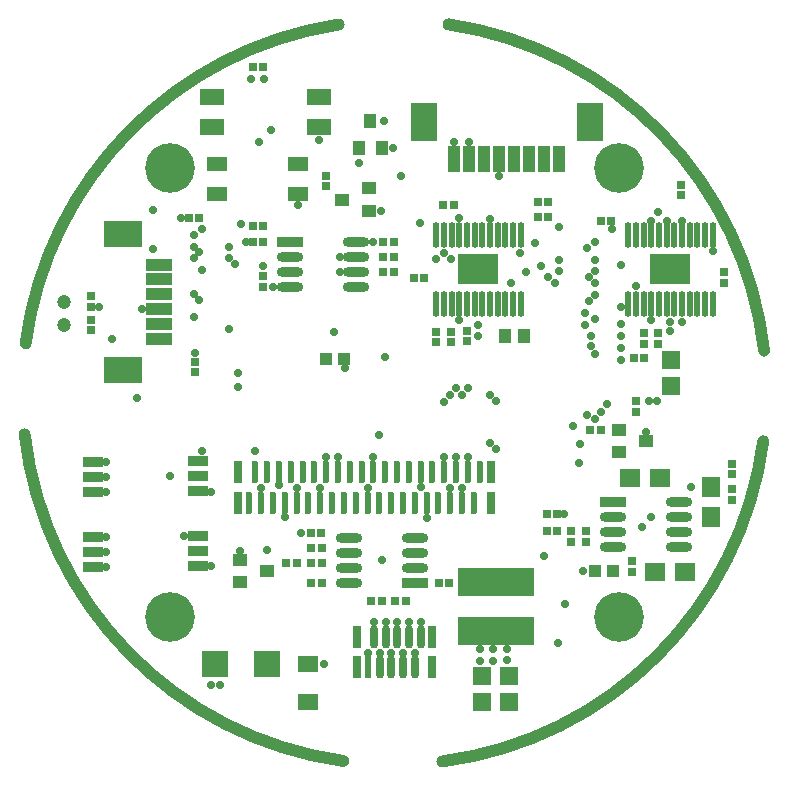
<source format=gts>
G04*
G04 #@! TF.GenerationSoftware,Altium Limited,Altium Designer,18.0.7 (293)*
G04*
G04 Layer_Color=8388736*
%FSLAX44Y44*%
%MOMM*%
G71*
G01*
G75*
%ADD45C,1.0000*%
%ADD46R,1.0922X1.2192*%
%ADD47R,0.8032X0.7032*%
%ADD48R,1.0160X1.0160*%
%ADD49R,1.8034X1.4986*%
%ADD50R,0.7032X0.8032*%
%ADD51R,1.4986X1.8034*%
%ADD52R,1.6002X1.6002*%
%ADD53R,1.8032X1.4032*%
%ADD54R,2.2352X0.8128*%
%ADD55O,2.2352X0.8128*%
%ADD56R,3.4832X2.6032*%
%ADD57O,0.5532X2.2032*%
%ADD58R,1.2700X1.0160*%
%ADD59R,1.0160X1.2700*%
%ADD60R,0.7032X1.9032*%
G04:AMPARAMS|DCode=61|XSize=0.6032mm|YSize=1.9032mm|CornerRadius=0.2016mm|HoleSize=0mm|Usage=FLASHONLY|Rotation=0.000|XOffset=0mm|YOffset=0mm|HoleType=Round|Shape=RoundedRectangle|*
%AMROUNDEDRECTD61*
21,1,0.6032,1.5000,0,0,0.0*
21,1,0.2000,1.9032,0,0,0.0*
1,1,0.4032,0.1000,-0.7500*
1,1,0.4032,-0.1000,-0.7500*
1,1,0.4032,-0.1000,0.7500*
1,1,0.4032,0.1000,0.7500*
%
%ADD61ROUNDEDRECTD61*%
%ADD62R,0.6032X1.9032*%
%ADD63R,2.0032X1.4032*%
%ADD64R,6.5032X2.3532*%
G04:AMPARAMS|DCode=65|XSize=2.2032mm|YSize=2.2032mm|CornerRadius=0mm|HoleSize=0mm|Usage=FLASHONLY|Rotation=0.000|XOffset=0mm|YOffset=0mm|HoleType=Round|Shape=RoundedRectangle|*
%AMROUNDEDRECTD65*
21,1,2.2032,2.2032,0,0,0.0*
21,1,2.2032,2.2032,0,0,0.0*
1,1,0.0000,1.1016,-1.1016*
1,1,0.0000,-1.1016,-1.1016*
1,1,0.0000,-1.1016,1.1016*
1,1,0.0000,1.1016,1.1016*
%
%ADD65ROUNDEDRECTD65*%
%ADD66R,1.0032X2.3032*%
%ADD67R,2.3032X3.2032*%
%ADD68R,1.7232X0.9632*%
%ADD69R,1.8032X1.2032*%
%ADD70R,3.2032X2.3032*%
%ADD71R,2.3032X1.0032*%
G04:AMPARAMS|DCode=72|XSize=0.5232mm|YSize=1.9032mm|CornerRadius=0.1816mm|HoleSize=0mm|Usage=FLASHONLY|Rotation=0.000|XOffset=0mm|YOffset=0mm|HoleType=Round|Shape=RoundedRectangle|*
%AMROUNDEDRECTD72*
21,1,0.5232,1.5400,0,0,0.0*
21,1,0.1600,1.9032,0,0,0.0*
1,1,0.3632,0.0800,-0.7700*
1,1,0.3632,-0.0800,-0.7700*
1,1,0.3632,-0.0800,0.7700*
1,1,0.3632,0.0800,0.7700*
%
%ADD72ROUNDEDRECTD72*%
%ADD73C,1.2032*%
G04:AMPARAMS|DCode=74|XSize=4.2032mm|YSize=4.2032mm|CornerRadius=2.1016mm|HoleSize=0mm|Usage=FLASHONLY|Rotation=0.000|XOffset=0mm|YOffset=0mm|HoleType=Round|Shape=RoundedRectangle|*
%AMROUNDEDRECTD74*
21,1,4.2032,0.0000,0,0,0.0*
21,1,0.0000,4.2032,0,0,0.0*
1,1,4.2032,0.0000,0.0000*
1,1,4.2032,0.0000,0.0000*
1,1,4.2032,0.0000,0.0000*
1,1,4.2032,0.0000,0.0000*
%
%ADD74ROUNDEDRECTD74*%
%ADD75C,0.7032*%
D45*
X-47227Y311440D02*
G03*
X-312249Y41541I47227J-311440D01*
G01*
X313011Y35340D02*
G03*
X45794Y311653I-313011J-35340D01*
G01*
X-312995Y-35481D02*
G03*
X-43127Y-312034I312995J35481D01*
G01*
X40633Y-312368D02*
G03*
X312278Y-41323I-40633J312368D01*
G01*
D46*
X109923Y47915D02*
D03*
X93921D02*
D03*
D47*
X223520Y41220D02*
D03*
Y50220D02*
D03*
X200901Y-142820D02*
D03*
Y-151820D02*
D03*
X285750Y-69270D02*
D03*
Y-60270D02*
D03*
X149860Y-117420D02*
D03*
Y-126420D02*
D03*
X162560D02*
D03*
Y-117420D02*
D03*
X285750Y-90860D02*
D03*
Y-81860D02*
D03*
X61370Y43415D02*
D03*
Y52415D02*
D03*
X48260Y42490D02*
D03*
Y51490D02*
D03*
X35560Y42414D02*
D03*
Y51414D02*
D03*
X-169075Y16900D02*
D03*
Y25900D02*
D03*
X210930Y41220D02*
D03*
Y50220D02*
D03*
X-111070Y98480D02*
D03*
Y89480D02*
D03*
X204470Y-16375D02*
D03*
Y-7375D02*
D03*
X242570Y166950D02*
D03*
Y175950D02*
D03*
X279400Y102000D02*
D03*
Y93000D02*
D03*
X-57730Y183570D02*
D03*
Y174570D02*
D03*
X-257160Y72500D02*
D03*
Y81500D02*
D03*
Y61650D02*
D03*
Y52650D02*
D03*
D48*
X-42567Y27960D02*
D03*
X-57807D02*
D03*
X169989Y-151130D02*
D03*
X185229D02*
D03*
D49*
X199390Y-72390D02*
D03*
X224790D02*
D03*
X245852Y-151920D02*
D03*
X220452D02*
D03*
D50*
X128850Y-102870D02*
D03*
X137850D02*
D03*
Y-117420D02*
D03*
X128850D02*
D03*
X-9580Y127340D02*
D03*
X-580D02*
D03*
X9580Y-176530D02*
D03*
X580D02*
D03*
X-9580Y101940D02*
D03*
X-580D02*
D03*
X-9580Y114300D02*
D03*
X-580D02*
D03*
X-70461Y-161630D02*
D03*
X-61461D02*
D03*
X-70540Y-144780D02*
D03*
X-61540D02*
D03*
X46370Y-161630D02*
D03*
X37370D02*
D03*
X183760Y144780D02*
D03*
X174760D02*
D03*
X16330Y96520D02*
D03*
X25330D02*
D03*
X211510Y28866D02*
D03*
X202510D02*
D03*
X50220Y158750D02*
D03*
X41220D02*
D03*
X130230Y161290D02*
D03*
X121230D02*
D03*
X130230Y148590D02*
D03*
X121230D02*
D03*
X-111070Y275590D02*
D03*
X-120070D02*
D03*
X-165100Y147320D02*
D03*
X-174100D02*
D03*
X165680Y-31750D02*
D03*
X174680D02*
D03*
X-82440Y-144780D02*
D03*
X-91440D02*
D03*
X-19740Y-176530D02*
D03*
X-10740D02*
D03*
X-61885Y-119380D02*
D03*
X-70885D02*
D03*
X-61540Y-132027D02*
D03*
X-70540D02*
D03*
X-120070Y127340D02*
D03*
X-111070D02*
D03*
Y140970D02*
D03*
X-120070D02*
D03*
D51*
X267970Y-80010D02*
D03*
Y-105410D02*
D03*
D52*
X96922Y-240475D02*
D03*
Y-262065D02*
D03*
X73980Y-240475D02*
D03*
Y-262065D02*
D03*
X233810Y27305D02*
D03*
Y5715D02*
D03*
D53*
X-72730Y-261688D02*
D03*
Y-229688D02*
D03*
D54*
X184860Y-92369D02*
D03*
X-88371Y127340D02*
D03*
X17640Y-161630D02*
D03*
D55*
X184860Y-105070D02*
D03*
Y-117769D02*
D03*
Y-130470D02*
D03*
X240740D02*
D03*
Y-117769D02*
D03*
Y-105070D02*
D03*
Y-92369D02*
D03*
X-32490Y127340D02*
D03*
Y114641D02*
D03*
Y101940D02*
D03*
Y89241D02*
D03*
X-88371D02*
D03*
Y101940D02*
D03*
Y114641D02*
D03*
X-38240Y-161630D02*
D03*
Y-148931D02*
D03*
Y-136230D02*
D03*
Y-123531D02*
D03*
X17640D02*
D03*
Y-136230D02*
D03*
Y-148931D02*
D03*
D56*
X233680Y104140D02*
D03*
X71120D02*
D03*
D57*
X197930Y75140D02*
D03*
X204430D02*
D03*
X197930Y133140D02*
D03*
X204430D02*
D03*
X262930Y75140D02*
D03*
X269430D02*
D03*
X262930Y133140D02*
D03*
X269430D02*
D03*
X256430D02*
D03*
X249930D02*
D03*
X243430D02*
D03*
X236930D02*
D03*
X230430D02*
D03*
X223930D02*
D03*
X217430D02*
D03*
X210930D02*
D03*
X256430Y75140D02*
D03*
X249930D02*
D03*
X243430D02*
D03*
X236930D02*
D03*
X230430D02*
D03*
X223930D02*
D03*
X217430D02*
D03*
X210930D02*
D03*
X48370D02*
D03*
X54870D02*
D03*
X61370D02*
D03*
X67870D02*
D03*
X74370D02*
D03*
X80870D02*
D03*
X87370D02*
D03*
X93870D02*
D03*
X48370Y133140D02*
D03*
X54870D02*
D03*
X61370D02*
D03*
X67870D02*
D03*
X74370D02*
D03*
X80870D02*
D03*
X87370D02*
D03*
X93870D02*
D03*
X106870D02*
D03*
X100370D02*
D03*
X106870Y75140D02*
D03*
X100370D02*
D03*
X41870Y133140D02*
D03*
X35370D02*
D03*
X41870Y75140D02*
D03*
X35370D02*
D03*
D58*
X-107988Y-151079D02*
D03*
X-130924Y-160617D02*
D03*
Y-141542D02*
D03*
X213436Y-41288D02*
D03*
X190500Y-50825D02*
D03*
Y-31750D02*
D03*
X-21287Y153701D02*
D03*
Y172777D02*
D03*
X-44223Y163239D02*
D03*
D59*
X-29908Y206896D02*
D03*
X-10833D02*
D03*
X-20371Y229832D02*
D03*
D60*
X-32000Y-232710D02*
D03*
Y-206710D02*
D03*
X32000D02*
D03*
Y-232710D02*
D03*
X81770Y-67310D02*
D03*
Y-93310D02*
D03*
X-132230D02*
D03*
Y-67310D02*
D03*
D61*
X22500Y-206710D02*
D03*
X12500D02*
D03*
X2500D02*
D03*
X-7500D02*
D03*
X-17500D02*
D03*
X17500Y-232710D02*
D03*
X7500D02*
D03*
X-2500D02*
D03*
X-12500D02*
D03*
D62*
X-22500D02*
D03*
D63*
X-154160Y224833D02*
D03*
Y250233D02*
D03*
X-64160Y250233D02*
D03*
X-64160Y224833D02*
D03*
D64*
X86360Y-202360D02*
D03*
Y-160860D02*
D03*
D65*
X-152216Y-229870D02*
D03*
X-108216D02*
D03*
D66*
X76300Y197860D02*
D03*
X114200D02*
D03*
X101500D02*
D03*
X89000D02*
D03*
X126900D02*
D03*
X139600D02*
D03*
X63600D02*
D03*
X50900D02*
D03*
D67*
X165650Y228860D02*
D03*
X24850D02*
D03*
D68*
X-166370Y-147233D02*
D03*
Y-134550D02*
D03*
Y-121850D02*
D03*
Y-83750D02*
D03*
Y-71050D02*
D03*
Y-58350D02*
D03*
X-255270Y-58490D02*
D03*
Y-71190D02*
D03*
Y-83890D02*
D03*
Y-121990D02*
D03*
Y-134690D02*
D03*
Y-147390D02*
D03*
D69*
X-149860Y167640D02*
D03*
Y193040D02*
D03*
X-81860Y193040D02*
D03*
Y167640D02*
D03*
D70*
X-229970Y19050D02*
D03*
X-229970Y134450D02*
D03*
D71*
X-198970Y45300D02*
D03*
X-198970Y57800D02*
D03*
X-198970Y95700D02*
D03*
X-198970Y108200D02*
D03*
X-198970Y83000D02*
D03*
X-198970Y70500D02*
D03*
D72*
X17270Y-93310D02*
D03*
X27270D02*
D03*
X37270D02*
D03*
X22270Y-67310D02*
D03*
X32270D02*
D03*
X42270D02*
D03*
X72270D02*
D03*
X62270D02*
D03*
X52270D02*
D03*
X67270Y-93310D02*
D03*
X57270D02*
D03*
X47270D02*
D03*
X-42730D02*
D03*
X-32730D02*
D03*
X-22730D02*
D03*
X-12730D02*
D03*
X-2730D02*
D03*
X7270D02*
D03*
X-37730Y-67310D02*
D03*
X-27730D02*
D03*
X-17730D02*
D03*
X-7730D02*
D03*
X2270D02*
D03*
X12270D02*
D03*
X-47730D02*
D03*
X-57730D02*
D03*
X-67730D02*
D03*
X-77730D02*
D03*
X-87730D02*
D03*
X-97730D02*
D03*
X-107730D02*
D03*
X-117730D02*
D03*
X-52730Y-93310D02*
D03*
X-62730D02*
D03*
X-72730D02*
D03*
X-82730D02*
D03*
X-92730D02*
D03*
X-102730D02*
D03*
X-112730D02*
D03*
X-122730D02*
D03*
D73*
X-279400Y57150D02*
D03*
Y76200D02*
D03*
D74*
X-190000Y-190000D02*
D03*
X190000D02*
D03*
Y190000D02*
D03*
X-190000D02*
D03*
D75*
X71120Y47500D02*
D03*
X-79075Y-119380D02*
D03*
X222250Y-7239D02*
D03*
X163171Y-19050D02*
D03*
X212814Y-33331D02*
D03*
X233680Y52070D02*
D03*
X180340Y-10138D02*
D03*
X-102529Y89241D02*
D03*
X-7930Y30120D02*
D03*
X-50800Y50800D02*
D03*
X156210Y-59690D02*
D03*
X151480Y-28035D02*
D03*
X169928Y-22296D02*
D03*
X175260Y-16908D02*
D03*
X157480Y-43249D02*
D03*
X217170Y-105410D02*
D03*
X-41910Y20320D02*
D03*
X-132230Y4534D02*
D03*
X-132080Y16510D02*
D03*
X-140170Y53500D02*
D03*
X47220Y-2540D02*
D03*
X42270Y-54720D02*
D03*
X52270Y3810D02*
D03*
X62230D02*
D03*
X52270Y-54720D02*
D03*
X57270Y-2540D02*
D03*
X62270Y-54720D02*
D03*
X42270Y-8020D02*
D03*
X143510Y-102887D02*
D03*
X80870Y-43180D02*
D03*
X-238760Y45300D02*
D03*
X159613Y-151130D02*
D03*
X-59433Y-229870D02*
D03*
X251260Y-80210D02*
D03*
X95250Y-226950D02*
D03*
X72390Y-227140D02*
D03*
Y-217170D02*
D03*
X-107950Y-133350D02*
D03*
X-130810Y-134550D02*
D03*
X95250Y-217170D02*
D03*
X-10740Y-141542D02*
D03*
X35370Y113220D02*
D03*
X161640Y67500D02*
D03*
X165011Y77470D02*
D03*
X169882Y82500D02*
D03*
X161640Y57500D02*
D03*
X165011Y97500D02*
D03*
X169882Y92500D02*
D03*
X-204470Y121057D02*
D03*
X-168910Y33560D02*
D03*
X-217860Y-4500D02*
D03*
X-204470Y154746D02*
D03*
X-250286Y72390D02*
D03*
X-214001Y70676D02*
D03*
X-81860Y158640D02*
D03*
X-18470Y127390D02*
D03*
X-111070Y106680D02*
D03*
X191770Y57525D02*
D03*
X106680Y117869D02*
D03*
X-130230Y142930D02*
D03*
X209550Y-114300D02*
D03*
X138430Y-212524D02*
D03*
X144780Y-179070D02*
D03*
X127000Y-138430D02*
D03*
X83876Y-227140D02*
D03*
Y-216980D02*
D03*
X22270Y-79780D02*
D03*
X27270Y-106010D02*
D03*
X-112730Y-81280D02*
D03*
X-117730Y-49879D02*
D03*
X-8890Y229870D02*
D03*
X-1270Y207010D02*
D03*
X-104140Y222250D02*
D03*
X-114300Y212090D02*
D03*
X86360Y-7620D02*
D03*
X80870Y-1810D02*
D03*
X-12700Y-36449D02*
D03*
X-125730Y127340D02*
D03*
X-147320Y-247650D02*
D03*
X-155080D02*
D03*
X17500Y-220980D02*
D03*
X-64160Y213360D02*
D03*
X5770Y183254D02*
D03*
X-29960Y194310D02*
D03*
X21700Y143510D02*
D03*
X-11461Y153701D02*
D03*
X-243980Y-121990D02*
D03*
Y-134690D02*
D03*
Y-147390D02*
D03*
Y-83890D02*
D03*
Y-71190D02*
D03*
Y-58490D02*
D03*
X-110490Y265430D02*
D03*
X-121230D02*
D03*
X7500Y-220980D02*
D03*
X-2500D02*
D03*
X-12500D02*
D03*
X-22500D02*
D03*
X22500Y-194310D02*
D03*
X12500D02*
D03*
X2500D02*
D03*
X-7500D02*
D03*
X-17500D02*
D03*
X-162465Y103500D02*
D03*
X-45720Y101940D02*
D03*
Y114300D02*
D03*
X-180750Y147320D02*
D03*
X-134620Y108500D02*
D03*
X-140170Y113500D02*
D03*
Y123500D02*
D03*
X-162465Y138750D02*
D03*
X-165100Y78500D02*
D03*
X-170030Y83500D02*
D03*
X54870Y147320D02*
D03*
X-170030Y133500D02*
D03*
X-165100Y118500D02*
D03*
X-170030Y123500D02*
D03*
Y113500D02*
D03*
X215804Y-7239D02*
D03*
X71120Y57150D02*
D03*
X233680Y59690D02*
D03*
X139700Y112500D02*
D03*
X184150Y138430D02*
D03*
X163171Y122500D02*
D03*
X169882Y127500D02*
D03*
X124150Y106680D02*
D03*
X111760Y101600D02*
D03*
X169882Y62500D02*
D03*
X99060Y92500D02*
D03*
X41910Y118450D02*
D03*
X48260Y113030D02*
D03*
X135890Y92500D02*
D03*
X119380Y126810D02*
D03*
X166752Y47500D02*
D03*
X139700Y102500D02*
D03*
X129999Y97500D02*
D03*
X169882Y102500D02*
D03*
X191660Y72500D02*
D03*
Y107500D02*
D03*
X139386Y140204D02*
D03*
X217170Y144780D02*
D03*
X223520Y152400D02*
D03*
X230430Y145490D02*
D03*
X169882Y112500D02*
D03*
X54870Y60960D02*
D03*
X217430D02*
D03*
X204470Y90170D02*
D03*
X269430Y119380D02*
D03*
X86360Y-48260D02*
D03*
X-57730Y-54720D02*
D03*
X-97790Y-78740D02*
D03*
X-92710Y-105410D02*
D03*
X-82730Y-81280D02*
D03*
X166752Y39370D02*
D03*
X169882Y32500D02*
D03*
X57270Y-81280D02*
D03*
X47270D02*
D03*
X-47730Y-54720D02*
D03*
X-22730Y-81280D02*
D03*
X191770Y47500D02*
D03*
Y37500D02*
D03*
Y27500D02*
D03*
X-17730Y-54720D02*
D03*
X-62730Y-81280D02*
D03*
X-170030Y63500D02*
D03*
X-155080Y-147233D02*
D03*
X243430Y59690D02*
D03*
Y145490D02*
D03*
X-155080Y-83890D02*
D03*
X-162465Y-49500D02*
D03*
X-177870Y-121850D02*
D03*
X-190360Y-71050D02*
D03*
X80870Y146910D02*
D03*
X50900Y212190D02*
D03*
X63600D02*
D03*
X89000Y182980D02*
D03*
M02*

</source>
